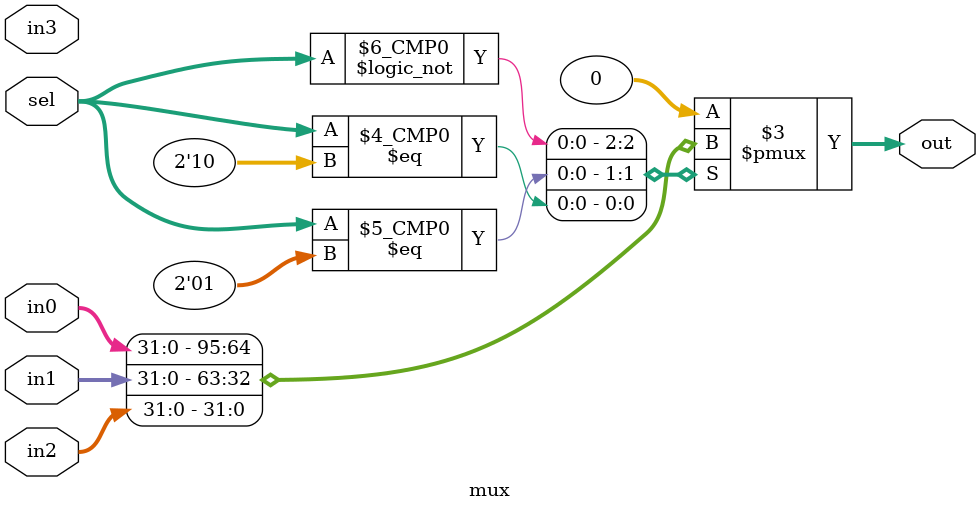
<source format=v>
`timescale 1ns / 1ps
module mux
  #(
	 parameter WIDTH = 32   //Ancho de la direccion de memoria.
	 )
	(
    input  [WIDTH-1:0] in0,
    input  [WIDTH-1:0] in1,
    input  [WIDTH-1:0] in2,
	input  [WIDTH-1:0] in3,
    output reg [WIDTH-1:0] out,
    input  [1:0] sel
    );

	always @(*)
	begin
		case (sel)
			2'b00: 	out <= in0;
			2'b01:	out <= in1;
			2'b10:	out <= in2;
			2'b10:	out	<= in3;
			default: out <= 0;
		endcase
	end
endmodule
</source>
